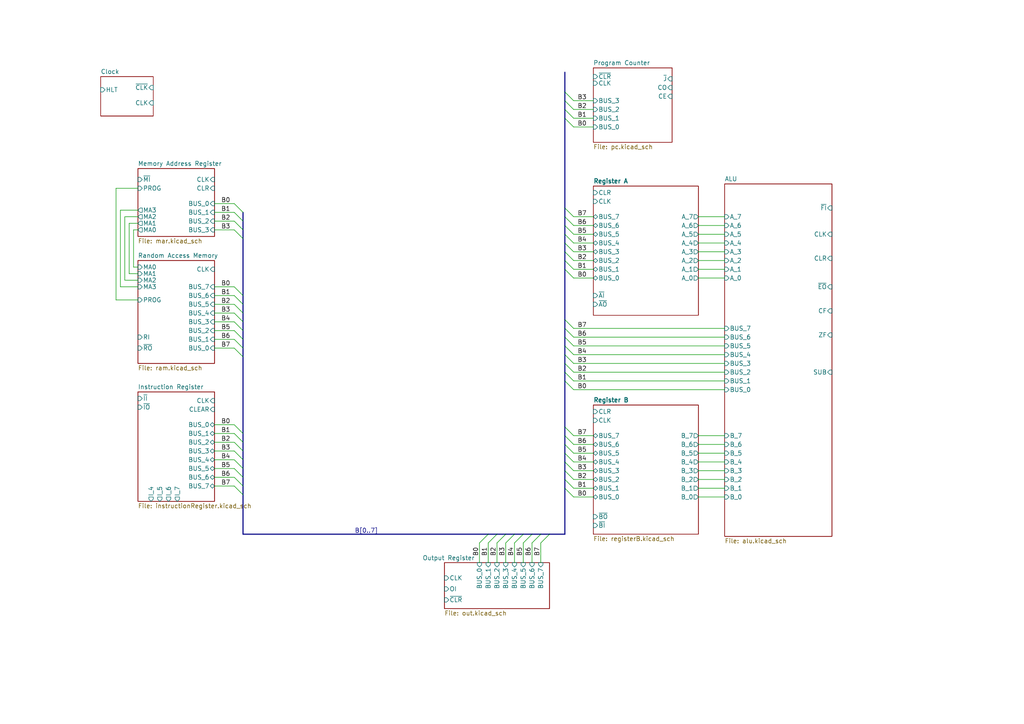
<source format=kicad_sch>
(kicad_sch (version 20211123) (generator eeschema)
  (paper "A4")
  (lib_symbols)
  (bus_entry (at 166.37 131.445) (size -2.54 -2.54))
  (bus_entry (at 166.37 102.87) (size -2.54 -2.54))
  (bus_entry (at 166.37 97.79) (size -2.54 -2.54))
  (bus_entry (at 166.37 80.645) (size -2.54 -2.54))
  (bus_entry (at 166.37 107.95) (size -2.54 -2.54))
  (bus_entry (at 67.945 100.965) (size 2.54 2.54))
  (bus_entry (at 166.37 136.525) (size -2.54 -2.54))
  (bus_entry (at 166.37 126.365) (size -2.54 -2.54))
  (bus_entry (at 139.065 157.48) (size 2.54 -2.54))
  (bus_entry (at 151.765 157.48) (size 2.54 -2.54))
  (bus_entry (at 149.225 157.48) (size 2.54 -2.54))
  (bus_entry (at 156.845 157.48) (size 2.54 -2.54))
  (bus_entry (at 154.305 157.48) (size 2.54 -2.54))
  (bus_entry (at 166.37 128.905) (size -2.54 -2.54))
  (bus_entry (at 67.945 64.135) (size 2.54 2.54))
  (bus_entry (at 166.37 105.41) (size -2.54 -2.54))
  (bus_entry (at 166.37 75.565) (size -2.54 -2.54))
  (bus_entry (at 67.945 59.055) (size 2.54 2.54))
  (bus_entry (at 166.37 100.33) (size -2.54 -2.54))
  (bus_entry (at 67.945 90.805) (size 2.54 2.54))
  (bus_entry (at 166.37 73.025) (size -2.54 -2.54))
  (bus_entry (at 166.37 34.29) (size -2.54 -2.54))
  (bus_entry (at 166.37 31.75) (size -2.54 -2.54))
  (bus_entry (at 166.37 65.405) (size -2.54 -2.54))
  (bus_entry (at 166.37 29.21) (size -2.54 -2.54))
  (bus_entry (at 166.37 70.485) (size -2.54 -2.54))
  (bus_entry (at 67.945 93.345) (size 2.54 2.54))
  (bus_entry (at 166.37 144.145) (size -2.54 -2.54))
  (bus_entry (at 67.945 66.675) (size 2.54 2.54))
  (bus_entry (at 166.37 141.605) (size -2.54 -2.54))
  (bus_entry (at 67.945 123.19) (size 2.54 2.54))
  (bus_entry (at 166.37 78.105) (size -2.54 -2.54))
  (bus_entry (at 67.945 83.185) (size 2.54 2.54))
  (bus_entry (at 67.945 98.425) (size 2.54 2.54))
  (bus_entry (at 67.945 61.595) (size 2.54 2.54))
  (bus_entry (at 67.945 88.265) (size 2.54 2.54))
  (bus_entry (at 166.37 95.25) (size -2.54 -2.54))
  (bus_entry (at 67.945 128.27) (size 2.54 2.54))
  (bus_entry (at 67.945 85.725) (size 2.54 2.54))
  (bus_entry (at 166.37 36.83) (size -2.54 -2.54))
  (bus_entry (at 166.37 110.49) (size -2.54 -2.54))
  (bus_entry (at 67.945 140.97) (size 2.54 2.54))
  (bus_entry (at 67.945 135.89) (size 2.54 2.54))
  (bus_entry (at 67.945 95.885) (size 2.54 2.54))
  (bus_entry (at 166.37 67.945) (size -2.54 -2.54))
  (bus_entry (at 166.37 113.03) (size -2.54 -2.54))
  (bus_entry (at 67.945 130.81) (size 2.54 2.54))
  (bus_entry (at 166.37 62.865) (size -2.54 -2.54))
  (bus_entry (at 146.685 157.48) (size 2.54 -2.54))
  (bus_entry (at 144.145 157.48) (size 2.54 -2.54))
  (bus_entry (at 141.605 157.48) (size 2.54 -2.54))
  (bus_entry (at 67.945 133.35) (size 2.54 2.54))
  (bus_entry (at 166.37 139.065) (size -2.54 -2.54))
  (bus_entry (at 67.945 138.43) (size 2.54 2.54))
  (bus_entry (at 166.37 133.985) (size -2.54 -2.54))
  (bus_entry (at 67.945 125.73) (size 2.54 2.54))
  (wire (pts (xy 202.565 67.945) (xy 210.185 67.945)))
  (bus (pts (xy 70.485 98.425) (xy 70.485 100.965)))
  (wire (pts (xy 166.37 100.33) (xy 210.185 100.33)))
  (wire (pts (xy 40.005 83.185) (xy 34.925 83.185)))
  (wire (pts (xy 67.945 135.89) (xy 62.23 135.89)))
  (bus (pts (xy 163.83 62.865) (xy 163.83 65.405)))
  (bus (pts (xy 70.485 64.135) (xy 70.485 66.675)))
  (bus (pts (xy 163.83 65.405) (xy 163.83 67.945)))
  (wire (pts (xy 33.655 86.995) (xy 33.655 54.61)))
  (bus (pts (xy 163.83 136.525) (xy 163.83 139.065)))
  (wire (pts (xy 166.37 144.145) (xy 172.085 144.145)))
  (wire (pts (xy 151.765 157.48) (xy 151.765 163.195)))
  (bus (pts (xy 70.485 88.265) (xy 70.485 90.805)))
  (bus (pts (xy 163.83 110.49) (xy 163.83 123.825)))
  (wire (pts (xy 67.945 88.265) (xy 62.23 88.265)))
  (wire (pts (xy 202.565 128.905) (xy 210.185 128.905)))
  (bus (pts (xy 163.83 20.955) (xy 163.83 26.67)))
  (bus (pts (xy 70.485 95.885) (xy 70.485 98.425)))
  (bus (pts (xy 163.83 60.325) (xy 163.83 62.865)))
  (wire (pts (xy 166.37 131.445) (xy 172.085 131.445)))
  (wire (pts (xy 149.225 157.48) (xy 149.225 163.195)))
  (wire (pts (xy 67.945 138.43) (xy 62.23 138.43)))
  (wire (pts (xy 166.37 110.49) (xy 210.185 110.49)))
  (wire (pts (xy 67.945 93.345) (xy 62.23 93.345)))
  (bus (pts (xy 70.485 66.675) (xy 70.485 69.215)))
  (bus (pts (xy 151.765 154.94) (xy 154.305 154.94)))
  (bus (pts (xy 154.305 154.94) (xy 156.845 154.94)))
  (wire (pts (xy 166.37 73.025) (xy 172.085 73.025)))
  (wire (pts (xy 67.945 59.055) (xy 62.23 59.055)))
  (wire (pts (xy 202.565 131.445) (xy 210.185 131.445)))
  (wire (pts (xy 38.735 77.47) (xy 38.735 66.675)))
  (wire (pts (xy 40.005 64.77) (xy 37.465 64.77)))
  (wire (pts (xy 202.565 136.525) (xy 210.185 136.525)))
  (bus (pts (xy 163.83 107.95) (xy 163.83 110.49)))
  (wire (pts (xy 202.565 80.645) (xy 210.185 80.645)))
  (wire (pts (xy 166.37 97.79) (xy 210.185 97.79)))
  (bus (pts (xy 70.485 125.73) (xy 70.485 128.27)))
  (wire (pts (xy 202.565 78.105) (xy 210.185 78.105)))
  (bus (pts (xy 70.485 143.51) (xy 70.485 154.94)))
  (wire (pts (xy 144.145 157.48) (xy 144.145 163.195)))
  (bus (pts (xy 163.83 31.75) (xy 163.83 34.29)))
  (bus (pts (xy 163.83 67.945) (xy 163.83 70.485)))
  (wire (pts (xy 166.37 80.645) (xy 172.085 80.645)))
  (wire (pts (xy 166.37 128.905) (xy 172.085 128.905)))
  (bus (pts (xy 163.83 73.025) (xy 163.83 75.565)))
  (bus (pts (xy 70.485 100.965) (xy 70.485 103.505)))
  (wire (pts (xy 166.37 133.985) (xy 172.085 133.985)))
  (bus (pts (xy 163.83 102.87) (xy 163.83 105.41)))
  (wire (pts (xy 202.565 133.985) (xy 210.185 133.985)))
  (wire (pts (xy 166.37 139.065) (xy 172.085 139.065)))
  (bus (pts (xy 163.83 139.065) (xy 163.83 141.605)))
  (wire (pts (xy 166.37 36.83) (xy 172.085 36.83)))
  (wire (pts (xy 67.945 140.97) (xy 62.23 140.97)))
  (bus (pts (xy 163.83 128.905) (xy 163.83 131.445)))
  (bus (pts (xy 163.83 29.21) (xy 163.83 31.75)))
  (wire (pts (xy 67.945 95.885) (xy 62.23 95.885)))
  (bus (pts (xy 163.83 105.41) (xy 163.83 107.95)))
  (wire (pts (xy 166.37 141.605) (xy 172.085 141.605)))
  (wire (pts (xy 40.005 77.47) (xy 38.735 77.47)))
  (wire (pts (xy 67.945 130.81) (xy 62.23 130.81)))
  (wire (pts (xy 34.925 60.96) (xy 40.005 60.96)))
  (bus (pts (xy 156.845 154.94) (xy 159.385 154.94)))
  (bus (pts (xy 70.485 135.89) (xy 70.485 138.43)))
  (wire (pts (xy 166.37 78.105) (xy 172.085 78.105)))
  (bus (pts (xy 70.485 85.725) (xy 70.485 88.265)))
  (bus (pts (xy 141.605 154.94) (xy 144.145 154.94)))
  (wire (pts (xy 67.945 123.19) (xy 62.23 123.19)))
  (wire (pts (xy 36.195 81.28) (xy 36.195 62.865)))
  (bus (pts (xy 70.485 154.94) (xy 141.605 154.94)))
  (bus (pts (xy 163.83 97.79) (xy 163.83 100.33)))
  (wire (pts (xy 146.685 157.48) (xy 146.685 163.195)))
  (wire (pts (xy 166.37 95.25) (xy 210.185 95.25)))
  (bus (pts (xy 163.83 92.71) (xy 163.83 95.25)))
  (bus (pts (xy 159.385 154.94) (xy 163.83 154.94)))
  (bus (pts (xy 146.685 154.94) (xy 149.225 154.94)))
  (wire (pts (xy 33.655 54.61) (xy 40.005 54.61)))
  (wire (pts (xy 67.945 125.73) (xy 62.23 125.73)))
  (wire (pts (xy 67.945 85.725) (xy 62.23 85.725)))
  (bus (pts (xy 70.485 90.805) (xy 70.485 93.345)))
  (wire (pts (xy 166.37 31.75) (xy 172.085 31.75)))
  (bus (pts (xy 163.83 70.485) (xy 163.83 73.025)))
  (bus (pts (xy 70.485 133.35) (xy 70.485 135.89)))
  (wire (pts (xy 166.37 65.405) (xy 172.085 65.405)))
  (wire (pts (xy 67.945 100.965) (xy 62.23 100.965)))
  (wire (pts (xy 36.195 62.865) (xy 40.005 62.865)))
  (wire (pts (xy 166.37 70.485) (xy 172.085 70.485)))
  (bus (pts (xy 70.485 138.43) (xy 70.485 140.97)))
  (wire (pts (xy 166.37 67.945) (xy 172.085 67.945)))
  (bus (pts (xy 70.485 140.97) (xy 70.485 143.51)))
  (wire (pts (xy 166.37 102.87) (xy 210.185 102.87)))
  (wire (pts (xy 40.005 81.28) (xy 36.195 81.28)))
  (wire (pts (xy 166.37 34.29) (xy 172.085 34.29)))
  (bus (pts (xy 163.83 141.605) (xy 163.83 154.94)))
  (wire (pts (xy 67.945 61.595) (xy 62.23 61.595)))
  (bus (pts (xy 70.485 69.215) (xy 70.485 85.725)))
  (bus (pts (xy 70.485 128.27) (xy 70.485 130.81)))
  (wire (pts (xy 166.37 29.21) (xy 172.085 29.21)))
  (wire (pts (xy 37.465 79.375) (xy 40.005 79.375)))
  (bus (pts (xy 70.485 93.345) (xy 70.485 95.885)))
  (wire (pts (xy 202.565 144.145) (xy 210.185 144.145)))
  (wire (pts (xy 166.37 113.03) (xy 210.185 113.03)))
  (wire (pts (xy 202.565 141.605) (xy 210.185 141.605)))
  (wire (pts (xy 166.37 62.865) (xy 172.085 62.865)))
  (wire (pts (xy 34.925 60.96) (xy 34.925 83.185)))
  (bus (pts (xy 149.225 154.94) (xy 151.765 154.94)))
  (wire (pts (xy 139.065 157.48) (xy 139.065 163.195)))
  (wire (pts (xy 67.945 83.185) (xy 62.23 83.185)))
  (wire (pts (xy 154.305 157.48) (xy 154.305 163.195)))
  (bus (pts (xy 163.83 123.825) (xy 163.83 126.365)))
  (bus (pts (xy 144.145 154.94) (xy 146.685 154.94)))
  (wire (pts (xy 202.565 62.865) (xy 210.185 62.865)))
  (bus (pts (xy 70.485 103.505) (xy 70.485 125.73)))
  (wire (pts (xy 67.945 128.27) (xy 62.23 128.27)))
  (bus (pts (xy 163.83 78.105) (xy 163.83 92.71)))
  (wire (pts (xy 38.735 66.675) (xy 40.005 66.675)))
  (wire (pts (xy 166.37 136.525) (xy 172.085 136.525)))
  (wire (pts (xy 67.945 98.425) (xy 62.23 98.425)))
  (bus (pts (xy 163.83 34.29) (xy 163.83 60.325)))
  (wire (pts (xy 37.465 64.77) (xy 37.465 79.375)))
  (wire (pts (xy 166.37 75.565) (xy 172.085 75.565)))
  (bus (pts (xy 70.485 61.595) (xy 70.485 64.135)))
  (wire (pts (xy 166.37 126.365) (xy 172.085 126.365)))
  (wire (pts (xy 166.37 105.41) (xy 210.185 105.41)))
  (wire (pts (xy 202.565 139.065) (xy 210.185 139.065)))
  (wire (pts (xy 202.565 75.565) (xy 210.185 75.565)))
  (bus (pts (xy 163.83 126.365) (xy 163.83 128.905)))
  (wire (pts (xy 67.945 133.35) (xy 62.23 133.35)))
  (wire (pts (xy 202.565 73.025) (xy 210.185 73.025)))
  (bus (pts (xy 70.485 130.81) (xy 70.485 133.35)))
  (wire (pts (xy 67.945 66.675) (xy 62.23 66.675)))
  (bus (pts (xy 163.83 133.985) (xy 163.83 136.525)))
  (wire (pts (xy 202.565 126.365) (xy 210.185 126.365)))
  (bus (pts (xy 163.83 131.445) (xy 163.83 133.985)))
  (bus (pts (xy 163.83 26.67) (xy 163.83 29.21)))
  (bus (pts (xy 163.83 100.33) (xy 163.83 102.87)))
  (wire (pts (xy 166.37 107.95) (xy 210.185 107.95)))
  (wire (pts (xy 67.945 90.805) (xy 62.23 90.805)))
  (wire (pts (xy 141.605 157.48) (xy 141.605 163.195)))
  (bus (pts (xy 163.83 75.565) (xy 163.83 78.105)))
  (wire (pts (xy 202.565 70.485) (xy 210.185 70.485)))
  (wire (pts (xy 40.005 86.995) (xy 33.655 86.995)))
  (bus (pts (xy 163.83 95.25) (xy 163.83 97.79)))
  (wire (pts (xy 202.565 65.405) (xy 210.185 65.405)))
  (wire (pts (xy 67.945 64.135) (xy 62.23 64.135)))
  (wire (pts (xy 156.845 157.48) (xy 156.845 163.195)))
  (label "B3" (at 146.685 161.29 90))
  (label "B1" (at 170.18 34.29 180))
  (label "B4" (at 64.135 133.35 0))
  (label "B1" (at 170.18 141.605 180))
  (label "B[0..7]" (at 102.87 154.94 0))
  (label "B2" (at 144.145 161.29 90))
  (label "B2" (at 64.135 88.265 0))
  (label "B7" (at 64.135 140.97 0))
  (label "B4" (at 170.18 102.87 180))
  (label "B0" (at 64.135 83.185 0))
  (label "B7" (at 170.18 62.865 180))
  (label "B5" (at 151.765 161.29 90))
  (label "B4" (at 149.225 161.29 90))
  (label "B1" (at 141.605 161.29 90))
  (label "B6" (at 64.135 138.43 0))
  (label "B7" (at 64.135 100.965 0))
  (label "B5" (at 64.135 95.885 0))
  (label "B3" (at 64.135 130.81 0))
  (label "B5" (at 170.18 67.945 180))
  (label "B0" (at 64.135 123.19 0))
  (label "B3" (at 170.18 29.21 180))
  (label "B0" (at 170.18 80.645 180))
  (label "B0" (at 170.18 36.83 180))
  (label "B5" (at 170.18 131.445 180))
  (label "B0" (at 139.065 161.29 90))
  (label "B6" (at 64.135 98.425 0))
  (label "B2" (at 170.18 31.75 180))
  (label "B3" (at 64.135 90.805 0))
  (label "B7" (at 170.18 126.365 180))
  (label "B3" (at 64.135 66.675 0))
  (label "B6" (at 170.18 65.405 180))
  (label "B0" (at 64.135 59.055 0))
  (label "B6" (at 170.18 97.79 180))
  (label "B3" (at 170.18 105.41 180))
  (label "B0" (at 170.18 113.03 180))
  (label "B6" (at 170.18 128.905 180))
  (label "B1" (at 64.135 85.725 0))
  (label "B2" (at 64.135 64.135 0))
  (label "B5" (at 64.135 135.89 0))
  (label "B1" (at 64.135 125.73 0))
  (label "B7" (at 156.845 161.29 90))
  (label "B4" (at 170.18 70.485 180))
  (label "B1" (at 170.18 78.105 180))
  (label "B1" (at 64.135 61.595 0))
  (label "B2" (at 170.18 107.95 180))
  (label "B2" (at 64.135 128.27 0))
  (label "B4" (at 64.135 93.345 0))
  (label "B2" (at 170.18 75.565 180))
  (label "B3" (at 170.18 73.025 180))
  (label "B0" (at 170.18 144.145 180))
  (label "B1" (at 170.18 110.49 180))
  (label "B5" (at 170.18 100.33 180))
  (label "B6" (at 154.305 161.29 90))
  (label "B2" (at 170.18 139.065 180))
  (label "B7" (at 170.18 95.25 180))
  (label "B4" (at 170.18 133.985 180))
  (label "B3" (at 170.18 136.525 180))
  (sheet (at 102.235 -44.45) (size 31.115 28.575) (stroke (width 0.1524))
    (property "Sheet name" "Control Logic" (at 102.235 -45.1616 0) (effects (justify left bottom)))
    (property "Sheet file" "controlLogic.kicad_sch" (at 102.235 -15.2904 0) (effects (justify left top)))
  )
  (sheet (at 172.085 19.685) (size 22.86 21.59) (stroke (width 0.1524))
    (property "Sheet name" "Program Counter" (at 172.085 18.9734 0) (effects (justify left bottom)))
    (property "Sheet file" "pc.kicad_sch" (at 172.085 41.8596 0) (effects (justify left top)))
    (pin "BUS_0" input (at 172.085 36.83 180))
    (pin "BUS_2" input (at 172.085 31.75 180))
    (pin "BUS_1" input (at 172.085 34.29 180))
    (pin "BUS_3" input (at 172.085 29.21 180))
    (pin "~{CLR}" input (at 172.085 22.225 180))
    (pin "CE" input (at 194.945 27.94 0))
    (pin "CO" input (at 194.945 25.4 0))
    (pin "~{J}" input (at 194.945 22.86 0))
    (pin "CLK" input (at 172.085 24.13 180))
  )
  (sheet (at 128.905 163.195) (size 30.48 13.335) (stroke (width 0.1524))
    (property "Sheet name" "Output Register" (at 122.555 162.56 0) (effects (justify left bottom)))
    (property "Sheet file" "out.kicad_sch" (at 128.905 177.1146 0) (effects (justify left top)))
    (pin "~{CLR}" input (at 128.905 173.99 180))
    (pin "OI" input (at 128.905 170.815 180))
    (pin "CLK" input (at 128.905 167.64 180))
    (pin "BUS_7" input (at 156.845 163.195 90))
    (pin "BUS_5" input (at 151.765 163.195 90))
    (pin "BUS_6" input (at 154.305 163.195 90))
    (pin "BUS_4" input (at 149.225 163.195 90))
    (pin "BUS_0" input (at 139.065 163.195 90))
    (pin "BUS_2" input (at 144.145 163.195 90))
    (pin "BUS_3" input (at 146.685 163.195 90))
    (pin "BUS_1" input (at 141.605 163.195 90))
  )
  (sheet (at 40.005 48.895) (size 22.225 19.685) (stroke (width 0.1524))
    (property "Sheet name" "Memory Address Register" (at 40.005 48.1834 0) (effects (justify left bottom)))
    (property "Sheet file" "mar.kicad_sch" (at 40.005 69.1646 0) (effects (justify left top)))
    (pin "~{MI}" input (at 40.005 52.07 180))
    (pin "MA3" output (at 40.005 60.96 180))
    (pin "MA0" output (at 40.005 66.675 180))
    (pin "MA1" output (at 40.005 64.77 180))
    (pin "MA2" output (at 40.005 62.865 180))
    (pin "PROG" input (at 40.005 54.61 180))
    (pin "CLK" input (at 62.23 52.07 0))
    (pin "CLR" input (at 62.23 54.61 0))
    (pin "BUS_0" input (at 62.23 59.055 0))
    (pin "BUS_2" input (at 62.23 64.135 0))
    (pin "BUS_3" input (at 62.23 66.675 0))
    (pin "BUS_1" input (at 62.23 61.595 0))
  )
  (sheet (at 40.005 113.665) (size 22.225 31.75) (stroke (width 0.1524))
    (property "Sheet name" "Instruction Register" (at 40.005 112.9534 0) (effects (justify left bottom)))
    (property "Sheet file" "instructionRegister.kicad_sch" (at 40.005 145.9996 0) (effects (justify left top)))
    (pin "I_4" output (at 43.815 145.415 270))
    (pin "I_7" output (at 51.435 145.415 270))
    (pin "I_6" output (at 48.895 145.415 270))
    (pin "I_5" output (at 46.355 145.415 270))
    (pin "BUS_6" bidirectional (at 62.23 138.43 0))
    (pin "BUS_5" bidirectional (at 62.23 135.89 0))
    (pin "BUS_7" bidirectional (at 62.23 140.97 0))
    (pin "BUS_1" bidirectional (at 62.23 125.73 0))
    (pin "BUS_0" bidirectional (at 62.23 123.19 0))
    (pin "BUS_2" bidirectional (at 62.23 128.27 0))
    (pin "BUS_3" bidirectional (at 62.23 130.81 0))
    (pin "BUS_4" bidirectional (at 62.23 133.35 0))
    (pin "CLK" input (at 62.23 116.205 0))
    (pin "~{II}" input (at 40.005 115.57 180))
    (pin "~{IO}" input (at 40.005 118.11 180))
    (pin "CLEAR" input (at 62.23 118.745 0))
  )
  (sheet (at 210.185 53.34) (size 31.115 102.235) (stroke (width 0.1524))
    (property "Sheet name" "ALU" (at 210.185 52.6284 0) (effects (justify left bottom)))
    (property "Sheet file" "alu.kicad_sch" (at 210.185 156.1596 0) (effects (justify left top)))
    (pin "~{FI}" input (at 241.3 60.325 0))
    (pin "CLK" input (at 241.3 67.945 0))
    (pin "CLR" input (at 241.3 74.93 0))
    (pin "~{EO}" input (at 241.3 83.185 0))
    (pin "CF" input (at 241.3 90.17 0))
    (pin "ZF" input (at 241.3 97.155 0))
    (pin "BUS_5" input (at 210.185 100.33 180))
    (pin "BUS_6" input (at 210.185 97.79 180))
    (pin "BUS_7" input (at 210.185 95.25 180))
    (pin "BUS_3" input (at 210.185 105.41 180))
    (pin "BUS_0" input (at 210.185 113.03 180))
    (pin "BUS_2" input (at 210.185 107.95 180))
    (pin "BUS_4" input (at 210.185 102.87 180))
    (pin "BUS_1" input (at 210.185 110.49 180))
    (pin "B_6" input (at 210.185 128.905 180))
    (pin "B_5" input (at 210.185 131.445 180))
    (pin "B_7" input (at 210.185 126.365 180))
    (pin "B_3" input (at 210.185 136.525 180))
    (pin "B_2" input (at 210.185 139.065 180))
    (pin "B_1" input (at 210.185 141.605 180))
    (pin "B_4" input (at 210.185 133.985 180))
    (pin "B_0" input (at 210.185 144.145 180))
    (pin "A_7" input (at 210.185 62.865 180))
    (pin "A_0" input (at 210.185 80.645 180))
    (pin "SUB" input (at 241.3 107.95 0))
    (pin "A_5" input (at 210.185 67.945 180))
    (pin "A_4" input (at 210.185 70.485 180))
    (pin "A_6" input (at 210.185 65.405 180))
    (pin "A_1" input (at 210.185 78.105 180))
    (pin "A_2" input (at 210.185 75.565 180))
    (pin "A_3" input (at 210.185 73.025 180))
  )
  (sheet (at 29.21 22.225) (size 15.24 11.43) (stroke (width 0.1524))
    (property "Sheet name" "Clock" (at 29.21 21.5134 0) (effects (justify left bottom)))
    (property "Sheet file" "clock.kicad_sch" (effects hide))
    (pin "~{CLK}" input (at 44.45 25.4 0))
    (pin "CLK" input (at 44.45 29.845 0))
    (pin "HLT" input (at 29.21 26.035 180))
  )
  (sheet (at 172.085 53.975) (size 30.48 37.465) (stroke (width 0.1524))
    (property "Sheet name" "Register A" (at 172.085 53.2634 0) (effects (font bold) (justify left bottom)))
    (property "Sheet file" "registerA.kicad_sch" (effects hide))
    (pin "A_6" output (at 202.565 65.405 0))
    (pin "A_5" output (at 202.565 67.945 0))
    (pin "A_7" output (at 202.565 62.865 0))
    (pin "A_4" output (at 202.565 70.485 0))
    (pin "A_0" output (at 202.565 80.645 0))
    (pin "A_3" output (at 202.565 73.025 0))
    (pin "A_1" output (at 202.565 78.105 0))
    (pin "A_2" output (at 202.565 75.565 0))
    (pin "~{AO}" input (at 172.085 88.265 180))
    (pin "BUS_7" bidirectional (at 172.085 62.865 180))
    (pin "BUS_6" bidirectional (at 172.085 65.405 180))
    (pin "BUS_2" bidirectional (at 172.085 75.565 180))
    (pin "BUS_3" bidirectional (at 172.085 73.025 180))
    (pin "BUS_0" bidirectional (at 172.085 80.645 180))
    (pin "BUS_5" bidirectional (at 172.085 67.945 180))
    (pin "BUS_1" bidirectional (at 172.085 78.105 180))
    (pin "BUS_4" bidirectional (at 172.085 70.485 180))
    (pin "~{AI}" input (at 172.085 85.725 180))
    (pin "CLR" input (at 172.085 55.88 180))
    (pin "CLK" input (at 172.085 58.42 180))
  )
  (sheet (at 40.005 75.565) (size 22.225 29.845) (stroke (width 0.1524))
    (property "Sheet name" "Random Access Memory" (at 40.005 74.8534 0) (effects (justify left bottom)))
    (property "Sheet file" "ram.kicad_sch" (at 40.005 105.9946 0) (effects (justify left top)))
    (pin "PROG" input (at 40.005 86.995 180))
    (pin "MA0" input (at 40.005 77.47 180))
    (pin "MA1" input (at 40.005 79.375 180))
    (pin "MA2" input (at 40.005 81.28 180))
    (pin "MA3" input (at 40.005 83.185 180))
    (pin "BUS_4" input (at 62.23 90.805 0))
    (pin "BUS_7" input (at 62.23 83.185 0))
    (pin "BUS_6" input (at 62.23 85.725 0))
    (pin "BUS_3" input (at 62.23 93.345 0))
    (pin "BUS_5" input (at 62.23 88.265 0))
    (pin "BUS_1" input (at 62.23 98.425 0))
    (pin "BUS_0" input (at 62.23 100.965 0))
    (pin "BUS_2" input (at 62.23 95.885 0))
    (pin "RI" input (at 40.005 97.79 180))
    (pin "CLK" input (at 62.23 78.105 0))
    (pin "~{RO}" input (at 40.005 100.965 180))
  )
  (sheet (at 172.085 117.475) (size 30.48 37.465) (stroke (width 0.1524))
    (property "Sheet name" "Register B" (at 172.085 116.7634 0) (effects (font bold) (justify left bottom)))
    (property "Sheet file" "registerB.kicad_sch" (at 172.085 155.5246 0) (effects (justify left top)))
    (pin "B_0" output (at 202.565 144.145 0))
    (pin "B_3" output (at 202.565 136.525 0))
    (pin "B_2" output (at 202.565 139.065 0))
    (pin "B_1" output (at 202.565 141.605 0))
    (pin "B_4" output (at 202.565 133.985 0))
    (pin "B_7" output (at 202.565 126.365 0))
    (pin "B_6" output (at 202.565 128.905 0))
    (pin "B_5" output (at 202.565 131.445 0))
    (pin "~{BI}" input (at 172.085 152.4 180))
    (pin "CLK" input (at 172.085 121.92 180))
    (pin "~{BO}" input (at 172.085 149.86 180))
    (pin "CLR" input (at 172.085 119.38 180))
    (pin "BUS_1" bidirectional (at 172.085 141.605 180))
    (pin "BUS_3" bidirectional (at 172.085 136.525 180))
    (pin "BUS_2" bidirectional (at 172.085 139.065 180))
    (pin "BUS_0" bidirectional (at 172.085 144.145 180))
    (pin "BUS_4" bidirectional (at 172.085 133.985 180))
    (pin "BUS_6" bidirectional (at 172.085 128.905 180))
    (pin "BUS_5" bidirectional (at 172.085 131.445 180))
    (pin "BUS_7" bidirectional (at 172.085 126.365 180))
  )
)
</source>
